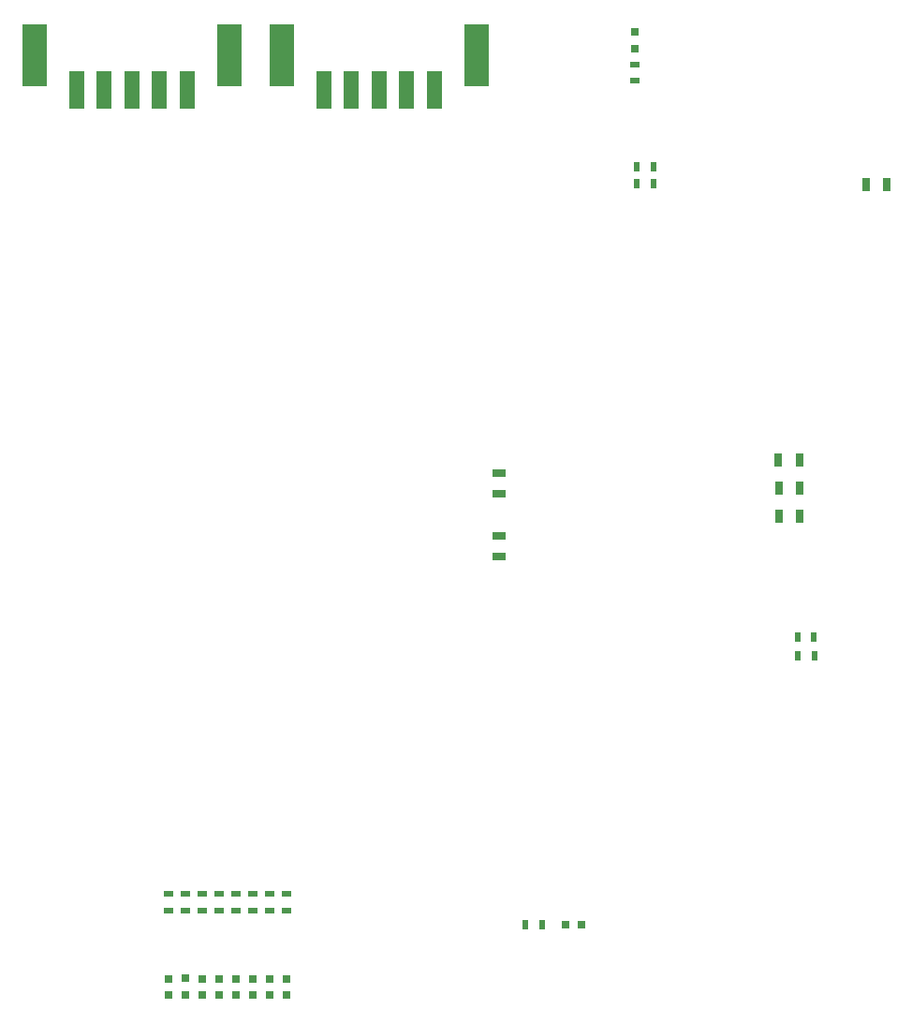
<source format=gbr>
%TF.GenerationSoftware,KiCad,Pcbnew,(5.1.6)-1*%
%TF.CreationDate,2020-11-08T21:19:26+11:00*%
%TF.ProjectId,mc13clk,6d633133-636c-46b2-9e6b-696361645f70,rev?*%
%TF.SameCoordinates,Original*%
%TF.FileFunction,Paste,Top*%
%TF.FilePolarity,Positive*%
%FSLAX46Y46*%
G04 Gerber Fmt 4.6, Leading zero omitted, Abs format (unit mm)*
G04 Created by KiCad (PCBNEW (5.1.6)-1) date 2020-11-08 21:19:26*
%MOMM*%
%LPD*%
G01*
G04 APERTURE LIST*
%ADD10R,0.700000X1.300000*%
%ADD11R,0.900000X0.500000*%
%ADD12R,0.800000X0.800000*%
%ADD13R,1.300000X0.700000*%
%ADD14R,0.500000X0.900000*%
%ADD15R,2.300000X5.600000*%
%ADD16R,1.400000X3.400000*%
G04 APERTURE END LIST*
D10*
%TO.C,R1*%
X178496000Y-84518500D03*
X176596000Y-84518500D03*
%TD*%
D11*
%TO.C,R2*%
X132080000Y-118693500D03*
X132080000Y-120193500D03*
%TD*%
D12*
%TO.C,LED*%
X132080000Y-127825500D03*
X132080000Y-126325500D03*
%TD*%
D11*
%TO.C,R2*%
X121412000Y-120181500D03*
X121412000Y-118681500D03*
%TD*%
%TO.C,R2*%
X130556000Y-120193500D03*
X130556000Y-118693500D03*
%TD*%
%TO.C,R2*%
X129032000Y-118693500D03*
X129032000Y-120193500D03*
%TD*%
%TO.C,R2*%
X127508000Y-120193500D03*
X127508000Y-118693500D03*
%TD*%
%TO.C,R2*%
X125984000Y-118693500D03*
X125984000Y-120193500D03*
%TD*%
%TO.C,R2*%
X124460000Y-120193500D03*
X124460000Y-118693500D03*
%TD*%
%TO.C,R2*%
X122936000Y-118693500D03*
X122936000Y-120193500D03*
%TD*%
D12*
%TO.C,LED*%
X130556000Y-126325500D03*
X130556000Y-127825500D03*
%TD*%
%TO.C,LED*%
X129032000Y-127825500D03*
X129032000Y-126325500D03*
%TD*%
%TO.C,LED*%
X127508000Y-126325500D03*
X127508000Y-127825500D03*
%TD*%
%TO.C,LED*%
X125984000Y-127825500D03*
X125984000Y-126325500D03*
%TD*%
%TO.C,LED*%
X124460000Y-126325500D03*
X124460000Y-127825500D03*
%TD*%
%TO.C,LED*%
X122936000Y-127813500D03*
X122936000Y-126313500D03*
%TD*%
%TO.C,LED*%
X121412000Y-126325500D03*
X121412000Y-127825500D03*
%TD*%
D10*
%TO.C,0805*%
X178493500Y-79438500D03*
X176593500Y-79438500D03*
%TD*%
%TO.C,0805*%
X176596000Y-81978500D03*
X178496000Y-81978500D03*
%TD*%
D13*
%TO.C,0805*%
X151320500Y-88199000D03*
X151320500Y-86299000D03*
%TD*%
D10*
%TO.C,REF\u002A\u002A*%
X184470000Y-54610000D03*
X186370000Y-54610000D03*
%TD*%
D13*
%TO.C,0805*%
X151320500Y-80647500D03*
X151320500Y-82547500D03*
%TD*%
D14*
%TO.C,0603*%
X165278500Y-54483000D03*
X163778500Y-54483000D03*
%TD*%
%TO.C,0603*%
X163778500Y-52959000D03*
X165278500Y-52959000D03*
%TD*%
D12*
%TO.C,LED*%
X157301500Y-121475500D03*
X158801500Y-121475500D03*
%TD*%
D14*
%TO.C,R2*%
X155182000Y-121475500D03*
X153682000Y-121475500D03*
%TD*%
%TO.C,REF\u002A\u002A*%
X178332000Y-97155000D03*
X179832000Y-97155000D03*
%TD*%
%TO.C,REF\u002A\u002A*%
X179808000Y-95504000D03*
X178308000Y-95504000D03*
%TD*%
D11*
%TO.C,REF\u002A\u002A*%
X163576000Y-45200000D03*
X163576000Y-43700000D03*
%TD*%
D12*
%TO.C,LED*%
X163576000Y-40779000D03*
X163576000Y-42279000D03*
%TD*%
D15*
%TO.C,Ref\u002A\u002A*%
X131662000Y-42870000D03*
X149262000Y-42870000D03*
D16*
X135462000Y-46030000D03*
X145462000Y-46030000D03*
X137962000Y-46030000D03*
X140462000Y-46030000D03*
X142962000Y-46030000D03*
%TD*%
%TO.C,Ref\u002A\u002A*%
X120610000Y-46030000D03*
X118110000Y-46030000D03*
X115610000Y-46030000D03*
X123110000Y-46030000D03*
X113110000Y-46030000D03*
D15*
X126910000Y-42870000D03*
X109310000Y-42870000D03*
%TD*%
M02*

</source>
